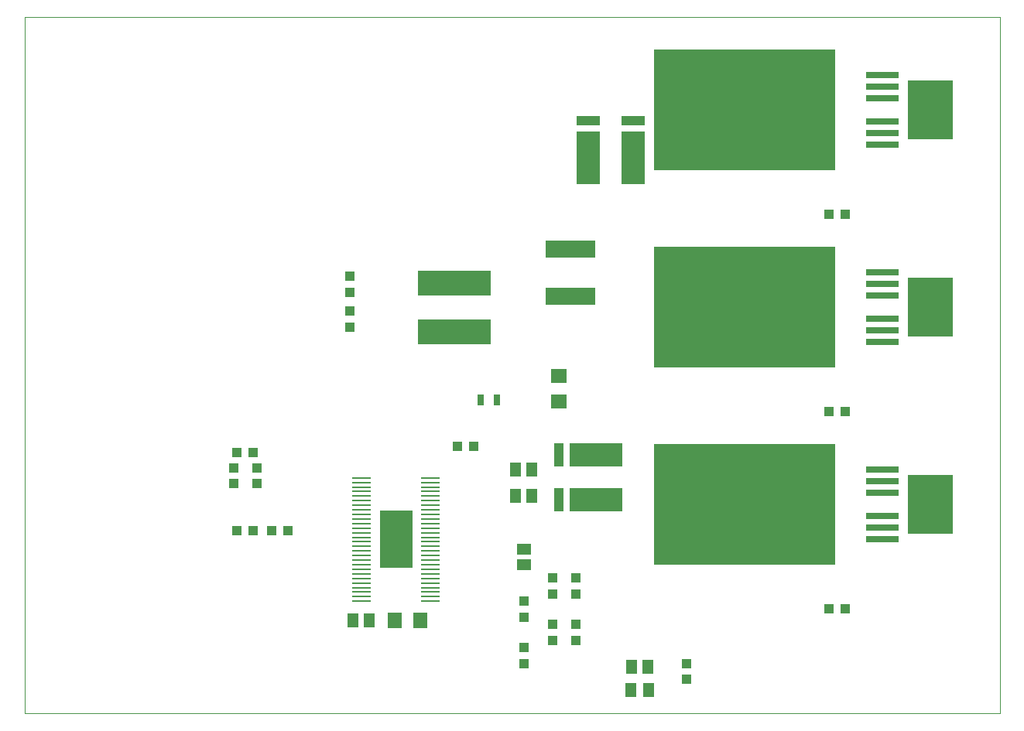
<source format=gtp>
G75*
%MOIN*%
%OFA0B0*%
%FSLAX25Y25*%
%IPPOS*%
%LPD*%
%AMOC8*
5,1,8,0,0,1.08239X$1,22.5*
%
%ADD10C,0.00000*%
%ADD11R,0.05118X0.05906*%
%ADD12R,0.03150X0.04724*%
%ADD13R,0.06299X0.07087*%
%ADD14R,0.07087X0.06299*%
%ADD15R,0.21654X0.07283*%
%ADD16R,0.05906X0.05118*%
%ADD17R,0.03937X0.04331*%
%ADD18R,0.04331X0.03937*%
%ADD19R,0.31496X0.10630*%
%ADD20R,0.05118X0.06299*%
%ADD21R,0.78000X0.52000*%
%ADD22R,0.14000X0.02800*%
%ADD23R,0.19200X0.25400*%
%ADD24R,0.08268X0.01063*%
%ADD25R,0.14213X0.25000*%
%ADD26R,0.23000X0.10000*%
%ADD27R,0.04000X0.10000*%
%ADD28R,0.10000X0.23000*%
%ADD29R,0.10000X0.04000*%
D10*
X0001000Y0001667D02*
X0001000Y0301667D01*
X0421000Y0301667D01*
X0421000Y0001667D01*
X0001000Y0001667D01*
D11*
X0142654Y0041667D03*
X0149346Y0041667D03*
X0212654Y0095417D03*
X0219346Y0095417D03*
X0219346Y0106667D03*
X0212654Y0106667D03*
X0262654Y0021667D03*
X0269346Y0021667D03*
D12*
X0204543Y0136667D03*
X0197457Y0136667D03*
D13*
X0171512Y0041667D03*
X0160488Y0041667D03*
D14*
X0231000Y0136155D03*
X0231000Y0147178D03*
D15*
X0236000Y0181627D03*
X0236000Y0201706D03*
D16*
X0216000Y0072513D03*
X0216000Y0065820D03*
D17*
X0216000Y0050013D03*
X0216000Y0043320D03*
X0216000Y0030013D03*
X0216000Y0023320D03*
X0099346Y0080417D03*
X0092654Y0080417D03*
X0091000Y0100820D03*
X0091000Y0107513D03*
X0187654Y0116667D03*
X0194346Y0116667D03*
X0347654Y0131667D03*
X0354346Y0131667D03*
X0354346Y0216667D03*
X0347654Y0216667D03*
X0347654Y0046667D03*
X0354346Y0046667D03*
D18*
X0286000Y0023138D03*
X0286000Y0016445D03*
X0238500Y0033320D03*
X0238500Y0040013D03*
X0228500Y0040013D03*
X0228500Y0033320D03*
X0228500Y0053320D03*
X0228500Y0060013D03*
X0238500Y0060013D03*
X0238500Y0053320D03*
X0114346Y0080417D03*
X0107654Y0080417D03*
X0101000Y0100820D03*
X0101000Y0107513D03*
X0099346Y0114167D03*
X0092654Y0114167D03*
X0141000Y0168320D03*
X0141000Y0175013D03*
X0141000Y0183320D03*
X0141000Y0190013D03*
D19*
X0186000Y0187100D03*
X0186000Y0166234D03*
D20*
X0262260Y0011667D03*
X0269740Y0011667D03*
D21*
X0311000Y0091667D03*
X0311000Y0176667D03*
X0311000Y0261667D03*
D22*
X0370550Y0266667D03*
X0370550Y0271667D03*
X0370550Y0276667D03*
X0370550Y0256667D03*
X0370550Y0251667D03*
X0370550Y0246667D03*
X0370550Y0191667D03*
X0370550Y0186667D03*
X0370550Y0181667D03*
X0370550Y0171667D03*
X0370550Y0166667D03*
X0370550Y0161667D03*
X0370550Y0106667D03*
X0370550Y0101667D03*
X0370550Y0096667D03*
X0370550Y0086667D03*
X0370550Y0081667D03*
X0370550Y0076667D03*
D23*
X0391000Y0091667D03*
X0391000Y0176667D03*
X0391000Y0261667D03*
D24*
X0175961Y0103241D03*
X0175961Y0101273D03*
X0175961Y0099304D03*
X0175961Y0097336D03*
X0175961Y0095367D03*
X0175961Y0093399D03*
X0175961Y0091430D03*
X0175961Y0089462D03*
X0175961Y0087493D03*
X0175961Y0085525D03*
X0175961Y0083556D03*
X0175961Y0081588D03*
X0175961Y0079619D03*
X0175961Y0077651D03*
X0175961Y0075682D03*
X0175961Y0073714D03*
X0175961Y0071745D03*
X0175961Y0069777D03*
X0175961Y0067808D03*
X0175961Y0065840D03*
X0175961Y0063871D03*
X0175961Y0061903D03*
X0175961Y0059934D03*
X0175961Y0057966D03*
X0175961Y0055997D03*
X0175961Y0054029D03*
X0175961Y0052060D03*
X0175961Y0050092D03*
X0146236Y0050092D03*
X0146236Y0052060D03*
X0146236Y0054029D03*
X0146236Y0055997D03*
X0146236Y0057966D03*
X0146236Y0059934D03*
X0146236Y0061903D03*
X0146236Y0063871D03*
X0146236Y0065840D03*
X0146236Y0067808D03*
X0146236Y0069777D03*
X0146236Y0071745D03*
X0146236Y0073714D03*
X0146236Y0075682D03*
X0146236Y0077651D03*
X0146236Y0079619D03*
X0146236Y0081588D03*
X0146236Y0083556D03*
X0146236Y0085525D03*
X0146236Y0087493D03*
X0146236Y0089462D03*
X0146236Y0091430D03*
X0146236Y0093399D03*
X0146236Y0095367D03*
X0146236Y0097336D03*
X0146236Y0099304D03*
X0146236Y0101273D03*
X0146236Y0103241D03*
D25*
X0161000Y0076667D03*
D26*
X0247000Y0093842D03*
X0247000Y0113242D03*
D27*
X0231250Y0113242D03*
X0231250Y0093842D03*
D28*
X0243800Y0241292D03*
X0263200Y0241292D03*
D29*
X0263200Y0257042D03*
X0243800Y0257042D03*
M02*

</source>
